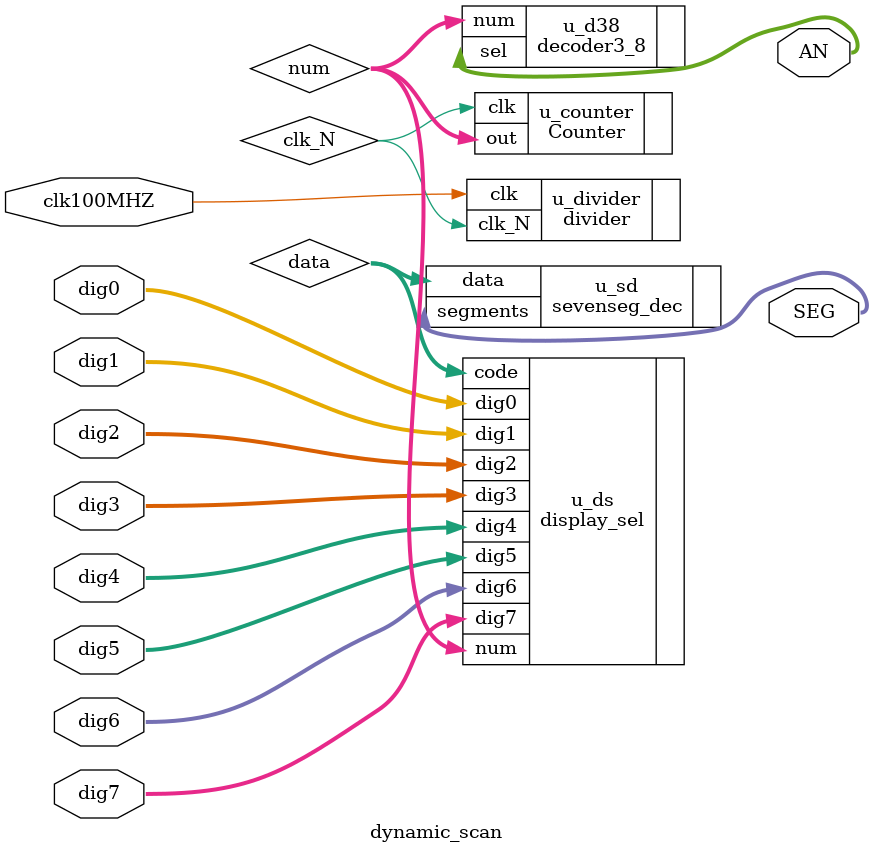
<source format=v>
`timescale 1ns / 1ps


module dynamic_scan(
    input             clk100MHZ,
    input   [3:0]     dig0,
    input   [3:0]     dig1,
    input   [3:0]     dig2,
    input   [3:0]     dig3,
    input   [3:0]     dig4,
    input   [3:0]     dig5,
    input   [3:0]     dig6,
    input   [3:0]     dig7,
    output  [7:0]     SEG,
    output  [7:0]     AN
);
    
    wire        clk_N;
    wire [2:0]  num;
    wire [3:0]  data;
        
    divider #(5000) u_divider(.clk(clk100MHZ), .clk_N(clk_N));
    
    Counter u_counter(.clk(clk_N), .out(num));
    
    decoder3_8 u_d38(.num(num), .sel(AN));
    
    display_sel u_ds(.num(num), .dig0(dig0), .dig1(dig1), .dig2(dig2), .dig3(dig3), .dig4(dig4), .dig5(dig5), .dig6(dig6), .dig7(dig7), .code(data));
    
    sevenseg_dec u_sd(.data(data), .segments(SEG));

endmodule

</source>
